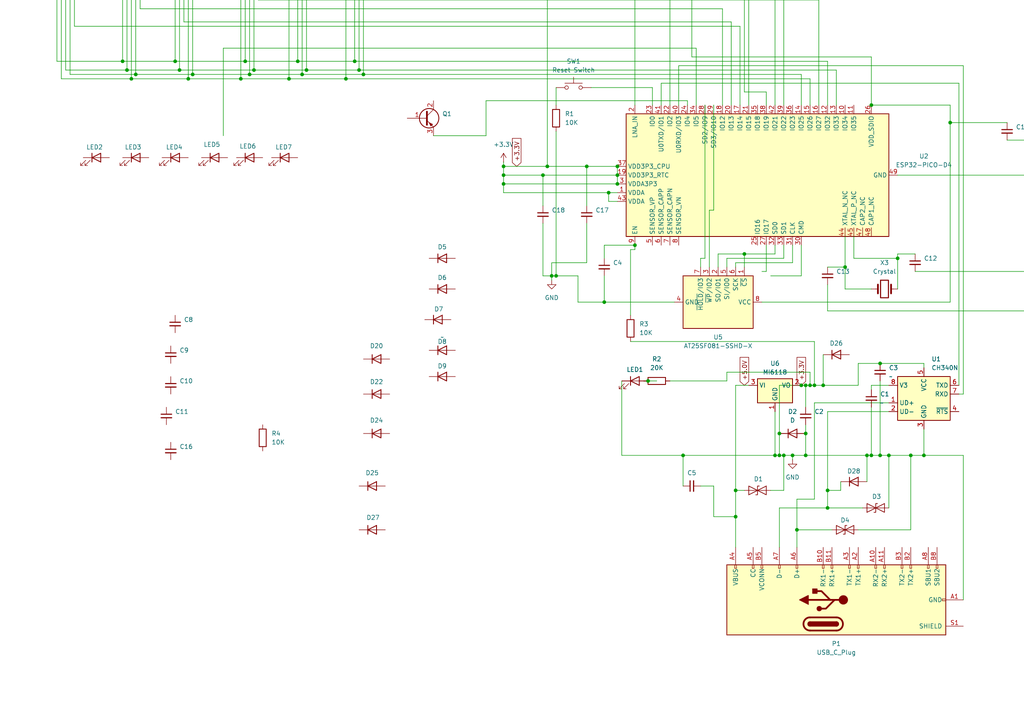
<source format=kicad_sch>
(kicad_sch (version 20231120) (generator "eeschema") (generator_version "8.0")
  (paper "A4")
  (junction (at 74.93 -20.32))
  (junction (at 300.99 -11.43))
  (junction (at 41.91 -26.67))
  (junction (at 57.15 -41.91))
  (junction (at 193.04 -41.91))
  (junction (at 231.14 153.67))
  (junction (at 88.9 20.32))
  (junction (at 74.93 -41.91))
  (junction (at 146.05 48.26))
  (junction (at 179.07 50.8))
  (junction (at 170.18 48.26))
  (junction (at 72.39 21.59))
  (junction (at 226.06 132.08))
  (junction (at 194.31 -20.32))
  (junction (at 233.68 132.08))
  (junction (at 57.15 -22.86))
  (junction (at 146.05 50.8))
  (junction (at 146.05 53.34))
  (junction (at 38.1 -62.23))
  (junction (at 69.85 22.86))
  (junction (at 100.33 22.86))
  (junction (at 275.59 35.56))
  (junction (at 224.79 132.08))
  (junction (at 90.17 -24.13))
  (junction (at 245.11 77.47))
  (junction (at 257.81 132.08))
  (junction (at 213.36 142.24))
  (junction (at 107.95 -41.91))
  (junction (at 260.35 74.93))
  (junction (at 252.73 30.48))
  (junction (at 300.99 50.8))
  (junction (at 267.97 132.08))
  (junction (at 184.15 71.12))
  (junction (at 228.6 -17.78))
  (junction (at 38.1 22.86))
  (junction (at 223.52 -20.32))
  (junction (at 87.63 21.59))
  (junction (at 36.83 20.32))
  (junction (at 41.91 -41.91))
  (junction (at 54.61 22.86))
  (junction (at 226.06 125.73))
  (junction (at 300.99 63.5))
  (junction (at 215.9 73.66))
  (junction (at 71.12 17.78))
  (junction (at 252.73 132.08))
  (junction (at 67.31 -62.23))
  (junction (at 255.27 132.08))
  (junction (at 240.03 147.32))
  (junction (at 251.46 132.08))
  (junction (at 55.88 21.59))
  (junction (at 158.75 48.26))
  (junction (at 179.07 48.26))
  (junction (at 87.63 -41.91))
  (junction (at 104.14 20.32))
  (junction (at 255.27 105.41))
  (junction (at 261.62 -40.64))
  (junction (at 227.33 132.08))
  (junction (at 50.8 17.78))
  (junction (at 241.3 -20.32))
  (junction (at 102.87 17.78))
  (junction (at 85.09 -62.23))
  (junction (at 35.56 17.78))
  (junction (at 198.12 132.08))
  (junction (at 224.79 -25.4))
  (junction (at 21.59 -21.59))
  (junction (at 179.07 53.34))
  (junction (at 232.41 111.76))
  (junction (at 83.82 22.86))
  (junction (at 234.95 111.76))
  (junction (at 157.48 50.8))
  (junction (at 233.68 111.76))
  (junction (at 39.37 21.59))
  (junction (at 105.41 21.59))
  (junction (at 213.36 149.86))
  (junction (at 251.46 -25.4))
  (junction (at 160.02 80.01))
  (junction (at 233.68 125.73))
  (junction (at 52.07 20.32))
  (junction (at 240.03 142.24))
  (junction (at 229.87 132.08))
  (junction (at 300.99 -20.32))
  (junction (at 73.66 20.32))
  (junction (at 161.29 80.01))
  (junction (at 238.76 111.76))
  (junction (at 300.99 78.74))
  (junction (at 264.16 132.08))
  (junction (at 236.22 111.76))
  (junction (at 193.04 -20.32))
  (junction (at 236.22 -17.78))
  (junction (at 68.58 -62.23))
  (junction (at 200.66 -25.4))
  (junction (at 54.61 -62.23))
  (junction (at 187.96 110.49))
  (junction (at 107.95 -27.94))
  (junction (at 300.99 40.64))
  (junction (at 175.26 87.63))
  (junction (at 86.36 17.78))
  (junction (at 176.53 55.88))
  (wire (pts (xy 245.11 68.58) (xy 245.11 77.47)))
  (wire (pts (xy 57.15 -17.78) (xy 54.61 -17.78)))
  (wire (pts (xy 279.4 173.99) (xy 279.4 132.08)))
  (wire (pts (xy 224.79 -6.35) (xy 224.79 30.48)))
  (wire (pts (xy 19.05 -8.89) (xy 19.05 20.32)))
  (wire (pts (xy 207.01 149.86) (xy 213.36 149.86)))
  (wire (pts (xy 292.1 40.64) (xy 300.99 40.64)))
  (wire (pts (xy 25.4 -6.35) (xy 25.4 -21.59)))
  (wire (pts (xy 279.4 19.05) (xy 279.4 114.3)))
  (wire (pts (xy 196.85 19.05) (xy 196.85 30.48)))
  (wire (pts (xy 261.62 -40.64) (xy 300.99 -40.64)))
  (wire (pts (xy 184.15 72.39) (xy 184.15 71.12)))
  (wire (pts (xy 265.43 78.74) (xy 300.99 78.74)))
  (wire (pts (xy 57.15 -15.24) (xy 55.88 -15.24)))
  (wire (pts (xy 214.63 7.62) (xy 21.59 7.62)))
  (wire (pts (xy 222.25 71.12) (xy 222.25 78.74)))
  (wire (pts (xy 54.61 -62.23) (xy 67.31 -62.23)))
  (wire (pts (xy 57.15 -22.86) (xy 57.15 -41.91)))
  (wire (pts (xy 243.84 139.7) (xy 243.84 142.24)))
  (wire (pts (xy 220.98 87.63) (xy 275.59 87.63)))
  (wire (pts (xy 52.07 20.32) (xy 73.66 20.32)))
  (wire (pts (xy 226.06 125.73) (xy 226.06 132.08)))
  (wire (pts (xy 224.79 -25.4) (xy 251.46 -25.4)))
  (wire (pts (xy 224.79 73.66) (xy 215.9 73.66)))
  (wire (pts (xy 167.64 87.63) (xy 167.64 80.01)))
  (wire (pts (xy 21.59 -6.35) (xy 25.4 -6.35)))
  (wire (pts (xy 68.58 -62.23) (xy 85.09 -62.23)))
  (wire (pts (xy 87.63 -24.13) (xy 90.17 -24.13)))
  (wire (pts (xy 175.26 80.01) (xy 175.26 87.63)))
  (wire (pts (xy 74.93 -5.08) (xy 78.74 -5.08)))
  (wire (pts (xy 107.95 -15.24) (xy 104.14 -15.24)))
  (wire (pts (xy 236.22 111.76) (xy 238.76 111.76)))
  (wire (pts (xy 218.44 -25.4) (xy 224.79 -25.4)))
  (wire (pts (xy 175.26 87.63) (xy 195.58 87.63)))
  (wire (pts (xy 176.53 55.88) (xy 179.07 55.88)))
  (wire (pts (xy 238.76 102.87) (xy 238.76 111.76)))
  (wire (pts (xy 36.83 20.32) (xy 52.07 20.32)))
  (wire (pts (xy 223.52 80.01) (xy 232.41 80.01)))
  (wire (pts (xy 209.55 2.54) (xy 40.64 2.54)))
  (wire (pts (xy 100.33 -22.86) (xy 100.33 22.86)))
  (wire (pts (xy 170.18 48.26) (xy 170.18 59.69)))
  (wire (pts (xy 184.15 71.12) (xy 175.26 71.12)))
  (wire (pts (xy 38.1 -62.23) (xy 54.61 -62.23)))
  (wire (pts (xy 237.49 0) (xy 74.93 0)))
  (wire (pts (xy 180.34 132.08) (xy 198.12 132.08)))
  (wire (pts (xy 255.27 110.49) (xy 255.27 132.08)))
  (wire (pts (xy 213.36 76.2) (xy 213.36 77.47)))
  (wire (pts (xy 215.9 73.66) (xy 208.28 73.66)))
  (wire (pts (xy 57.15 -10.16) (xy 52.07 -10.16)))
  (wire (pts (xy 261.62 -40.64) (xy 261.62 -33.02)))
  (wire (pts (xy 229.87 -24.13) (xy 228.6 -24.13)))
  (wire (pts (xy 300.99 40.64) (xy 300.99 50.8)))
  (wire (pts (xy 17.78 -19.05) (xy 17.78 -62.23)))
  (wire (pts (xy 90.17 -21.59) (xy 85.09 -21.59)))
  (wire (pts (xy 87.63 -41.91) (xy 87.63 -24.13)))
  (wire (pts (xy 194.31 110.49) (xy 210.82 110.49)))
  (wire (pts (xy 73.66 -7.62) (xy 73.66 20.32)))
  (wire (pts (xy 207.01 140.97) (xy 207.01 149.86)))
  (wire (pts (xy 38.1 22.86) (xy 54.61 22.86)))
  (wire (pts (xy 267.97 106.68) (xy 267.97 105.41)))
  (wire (pts (xy 232.41 -24.13) (xy 236.22 -24.13)))
  (wire (pts (xy 199.39 29.21) (xy 140.97 29.21)))
  (wire (pts (xy 180.34 110.49) (xy 180.34 132.08)))
  (wire (pts (xy 16.51 -11.43) (xy 16.51 17.78)))
  (wire (pts (xy 213.36 -41.91) (xy 213.36 -38.1)))
  (wire (pts (xy 146.05 46.99) (xy 146.05 48.26)))
  (wire (pts (xy 240.03 119.38) (xy 257.81 119.38)))
  (wire (pts (xy 275.59 35.56) (xy 292.1 35.56)))
  (wire (pts (xy 190.5 110.49) (xy 187.96 110.49)))
  (wire (pts (xy 217.17 -38.1) (xy 213.36 -38.1)))
  (wire (pts (xy 78.74 -5.08) (xy 78.74 -20.32)))
  (wire (pts (xy 67.31 -62.23) (xy 68.58 -62.23)))
  (wire (pts (xy 232.41 71.12) (xy 232.41 80.01)))
  (wire (pts (xy 182.88 91.44) (xy 182.88 72.39)))
  (wire (pts (xy 300.99 78.74) (xy 300.99 90.17)))
  (wire (pts (xy 41.91 -19.05) (xy 39.37 -19.05)))
  (wire (pts (xy 257.81 132.08) (xy 257.81 147.32)))
  (wire (pts (xy 52.07 -10.16) (xy 52.07 20.32)))
  (wire (pts (xy 226.06 132.08) (xy 227.33 132.08)))
  (wire (pts (xy 194.31 -20.32) (xy 223.52 -20.32)))
  (wire (pts (xy 55.88 -15.24) (xy 55.88 21.59)))
  (wire (pts (xy 209.55 -25.4) (xy 200.66 -25.4)))
  (wire (pts (xy 41.91 -41.91) (xy 57.15 -41.91)))
  (wire (pts (xy 240.03 77.47) (xy 245.11 77.47)))
  (wire (pts (xy 107.95 -25.4) (xy 100.33 -25.4)))
  (wire (pts (xy 71.12 -10.16) (xy 71.12 17.78)))
  (wire (pts (xy 236.22 -24.13) (xy 236.22 -17.78)))
  (wire (pts (xy 252.73 113.03) (xy 252.73 111.76)))
  (wire (pts (xy 157.48 50.8) (xy 179.07 50.8)))
  (wire (pts (xy 267.97 124.46) (xy 267.97 132.08)))
  (wire (pts (xy 213.36 142.24) (xy 215.9 142.24)))
  (wire (pts (xy 255.27 105.41) (xy 248.92 105.41)))
  (wire (pts (xy 68.58 -62.23) (xy 68.58 -60.96)))
  (wire (pts (xy 170.18 76.2) (xy 160.02 76.2)))
  (wire (pts (xy 19.05 20.32) (xy 36.83 20.32)))
  (wire (pts (xy 179.07 58.42) (xy 176.53 58.42)))
  (wire (pts (xy 215.9 26.67) (xy 222.25 26.67)))
  (wire (pts (xy 54.61 -20.32) (xy 54.61 -62.23)))
  (wire (pts (xy 203.2 74.93) (xy 203.2 77.47)))
  (wire (pts (xy 224.79 71.12) (xy 224.79 73.66)))
  (wire (pts (xy 252.73 16.51) (xy 252.73 30.48)))
  (wire (pts (xy 241.3 -20.32) (xy 241.3 -17.78)))
  (wire (pts (xy 157.48 80.01) (xy 160.02 80.01)))
  (wire (pts (xy 140.97 39.37) (xy 125.73 39.37)))
  (wire (pts (xy 93.98 -24.13) (xy 90.17 -24.13)))
  (wire (pts (xy 237.49 -40.64) (xy 261.62 -40.64)))
  (wire (pts (xy 227.33 -8.89) (xy 227.33 30.48)))
  (wire (pts (xy 252.73 132.08) (xy 255.27 132.08)))
  (wire (pts (xy 105.41 -20.32) (xy 105.41 21.59)))
  (wire (pts (xy 21.59 -41.91) (xy 41.91 -41.91)))
  (wire (pts (xy 223.52 142.24) (xy 227.33 142.24)))
  (wire (pts (xy 215.9 26.67) (xy 215.9 -53.34)))
  (wire (pts (xy 267.97 105.41) (xy 255.27 105.41)))
  (wire (pts (xy 50.8 -12.7) (xy 50.8 17.78)))
  (wire (pts (xy 260.35 73.66) (xy 260.35 74.93)))
  (wire (pts (xy 229.87 71.12) (xy 229.87 76.2)))
  (wire (pts (xy 158.75 -49.53) (xy 193.04 -49.53)))
  (wire (pts (xy 222.25 26.67) (xy 222.25 30.48)))
  (wire (pts (xy 200.66 -25.4) (xy 200.66 16.51)))
  (wire (pts (xy 232.41 111.76) (xy 233.68 111.76)))
  (wire (pts (xy 146.05 48.26) (xy 146.05 50.8)))
  (wire (pts (xy 229.87 132.08) (xy 233.68 132.08)))
  (wire (pts (xy 170.18 48.26) (xy 179.07 48.26)))
  (wire (pts (xy 238.76 111.76) (xy 248.92 111.76)))
  (wire (pts (xy 193.04 -44.45) (xy 193.04 -41.91)))
  (wire (pts (xy 240.03 147.32) (xy 240.03 142.24)))
  (wire (pts (xy 237.49 30.48) (xy 237.49 0)))
  (wire (pts (xy 232.41 -27.94) (xy 232.41 -24.13)))
  (wire (pts (xy 227.33 142.24) (xy 227.33 132.08)))
  (wire (pts (xy 215.9 -53.34) (xy 222.25 -53.34)))
  (wire (pts (xy 240.03 17.78) (xy 102.87 17.78)))
  (wire (pts (xy 231.14 153.67) (xy 241.3 153.67)))
  (wire (pts (xy 21.59 -21.59) (xy 25.4 -21.59)))
  (wire (pts (xy 189.23 -20.32) (xy 193.04 -20.32)))
  (wire (pts (xy 236.22 116.84) (xy 257.81 116.84)))
  (wire (pts (xy 86.36 17.78) (xy 102.87 17.78)))
  (wire (pts (xy 203.2 140.97) (xy 207.01 140.97)))
  (wire (pts (xy 175.26 71.12) (xy 175.26 74.93)))
  (wire (pts (xy 208.28 73.66) (xy 208.28 77.47)))
  (wire (pts (xy 57.15 -22.86) (xy 60.96 -22.86)))
  (wire (pts (xy 300.99 -40.64) (xy 300.99 -20.32)))
  (wire (pts (xy 227.33 -8.89) (xy 222.25 -8.89)))
  (wire (pts (xy 240.03 30.48) (xy 240.03 17.78)))
  (wire (pts (xy 240.03 147.32) (xy 250.19 147.32)))
  (wire (pts (xy 161.29 38.1) (xy 161.29 80.01)))
  (wire (pts (xy 233.68 125.73) (xy 233.68 132.08)))
  (wire (pts (xy 39.37 21.59) (xy 55.88 21.59)))
  (wire (pts (xy 87.63 -16.51) (xy 87.63 21.59)))
  (wire (pts (xy 86.36 -13.97) (xy 86.36 17.78)))
  (wire (pts (xy 71.12 17.78) (xy 86.36 17.78)))
  (wire (pts (xy 196.85 19.05) (xy 279.4 19.05)))
  (wire (pts (xy 224.79 -6.35) (xy 218.44 -6.35)))
  (wire (pts (xy 251.46 -25.4) (xy 261.62 -25.4)))
  (wire (pts (xy 191.77 24.13) (xy 191.77 30.48)))
  (wire (pts (xy 107.95 -10.16) (xy 107.95 -3.81)))
  (wire (pts (xy 72.39 -12.7) (xy 72.39 21.59)))
  (wire (pts (xy 243.84 142.24) (xy 240.03 142.24)))
  (wire (pts (xy 93.98 -8.89) (xy 93.98 -24.13)))
  (wire (pts (xy 74.93 -12.7) (xy 72.39 -12.7)))
  (wire (pts (xy 100.33 22.86) (xy 234.95 22.86)))
  (wire (pts (xy 17.78 -16.51) (xy 21.59 -16.51)))
  (wire (pts (xy 36.83 -13.97) (xy 36.83 20.32)))
  (wire (pts (xy 45.72 -11.43) (xy 45.72 -26.67)))
  (wire (pts (xy 90.17 -19.05) (xy 83.82 -19.05)))
  (wire (pts (xy 161.29 80.01) (xy 167.64 80.01)))
  (wire (pts (xy 248.92 105.41) (xy 248.92 111.76)))
  (wire (pts (xy 220.98 78.74) (xy 222.25 78.74)))
  (wire (pts (xy 275.59 30.48) (xy 275.59 35.56)))
  (wire (pts (xy 73.66 20.32) (xy 88.9 20.32)))
  (wire (pts (xy 146.05 53.34) (xy 179.07 53.34)))
  (wire (pts (xy 251.46 -19.05) (xy 251.46 -25.4)))
  (wire (pts (xy 207.01 60.96) (xy 207.01 30.48)))
  (wire (pts (xy 228.6 -17.78) (xy 228.6 -13.97)))
  (wire (pts (xy 74.93 -20.32) (xy 74.93 -41.91)))
  (wire (pts (xy 74.93 -17.78) (xy 67.31 -17.78)))
  (wire (pts (xy 87.63 -41.91) (xy 107.95 -41.91)))
  (wire (pts (xy 167.64 87.63) (xy 175.26 87.63)))
  (wire (pts (xy 229.87 132.08) (xy 229.87 133.35)))
  (wire (pts (xy 226.06 158.75) (xy 226.06 147.32)))
  (wire (pts (xy 69.85 22.86) (xy 69.85 -15.24)))
  (wire (pts (xy 41.91 -24.13) (xy 38.1 -24.13)))
  (wire (pts (xy 38.1 -21.59) (xy 38.1 22.86)))
  (wire (pts (xy 57.15 -7.62) (xy 60.96 -7.62)))
  (wire (pts (xy 205.74 60.96) (xy 207.01 60.96)))
  (wire (pts (xy 157.48 64.77) (xy 157.48 80.01)))
  (wire (pts (xy 146.05 50.8) (xy 157.48 50.8)))
  (wire (pts (xy 227.33 74.93) (xy 210.82 74.93)))
  (wire (pts (xy 107.95 -12.7) (xy 111.76 -12.7)))
  (wire (pts (xy 236.22 144.78) (xy 236.22 116.84)))
  (wire (pts (xy 107.95 -20.32) (xy 105.41 -20.32)))
  (wire (pts (xy 279.4 114.3) (xy 278.13 114.3)))
  (wire (pts (xy 74.93 -20.32) (xy 78.74 -20.32)))
  (wire (pts (xy 200.66 -27.94) (xy 200.66 -25.4)))
  (wire (pts (xy 41.91 -26.67) (xy 41.91 -41.91)))
  (wire (pts (xy 231.14 144.78) (xy 236.22 144.78)))
  (wire (pts (xy 41.91 -11.43) (xy 45.72 -11.43)))
  (wire (pts (xy 17.78 22.86) (xy 38.1 22.86)))
  (wire (pts (xy 232.41 30.48) (xy 232.41 21.59)))
  (wire (pts (xy 278.13 111.76) (xy 278.13 24.13)))
  (wire (pts (xy 111.76 -12.7) (xy 111.76 -27.94)))
  (wire (pts (xy 194.31 -3.81) (xy 107.95 -3.81)))
  (wire (pts (xy 212.09 30.48) (xy 212.09 6.35)))
  (wire (pts (xy 257.81 132.08) (xy 264.16 132.08)))
  (wire (pts (xy 100.33 -25.4) (xy 100.33 -62.23)))
  (wire (pts (xy 57.15 -12.7) (xy 50.8 -12.7)))
  (wire (pts (xy 60.96 -7.62) (xy 60.96 -22.86)))
  (wire (pts (xy 217.17 -5.08) (xy 217.17 30.48)))
  (wire (pts (xy 213.36 149.86) (xy 213.36 158.75)))
  (wire (pts (xy 107.95 -22.86) (xy 100.33 -22.86)))
  (wire (pts (xy 182.88 99.06) (xy 236.22 99.06)))
  (wire (pts (xy 146.05 55.88) (xy 176.53 55.88)))
  (wire (pts (xy 251.46 139.7) (xy 251.46 132.08)))
  (wire (pts (xy 264.16 132.08) (xy 267.97 132.08)))
  (wire (pts (xy 107.95 -27.94) (xy 107.95 -41.91)))
  (wire (pts (xy 231.14 153.67) (xy 231.14 144.78)))
  (wire (pts (xy 160.02 80.01) (xy 161.29 80.01)))
  (wire (pts (xy 90.17 -11.43) (xy 88.9 -11.43)))
  (wire (pts (xy 223.52 -20.32) (xy 223.52 -17.78)))
  (wire (pts (xy 74.93 -10.16) (xy 71.12 -10.16)))
  (wire (pts (xy 194.31 -33.02) (xy 194.31 -20.32)))
  (wire (pts (xy 83.82 22.86) (xy 100.33 22.86)))
  (wire (pts (xy 210.82 74.93) (xy 210.82 77.47)))
  (wire (pts (xy 264.16 153.67) (xy 264.16 132.08)))
  (wire (pts (xy 21.59 -19.05) (xy 17.78 -19.05)))
  (wire (pts (xy 233.68 111.76) (xy 234.95 111.76)))
  (wire (pts (xy 85.09 -21.59) (xy 85.09 -62.23)))
  (wire (pts (xy 74.93 -41.91) (xy 87.63 -41.91)))
  (wire (pts (xy 265.43 73.66) (xy 260.35 73.66)))
  (wire (pts (xy 224.79 119.38) (xy 224.79 132.08)))
  (wire (pts (xy 229.87 -27.94) (xy 229.87 -24.13)))
  (wire (pts (xy 105.41 21.59) (xy 232.41 21.59)))
  (wire (pts (xy 102.87 -17.78) (xy 107.95 -17.78)))
  (wire (pts (xy 240.03 90.17) (xy 300.99 90.17)))
  (wire (pts (xy 21.59 -21.59) (xy 21.59 -41.91)))
  (wire (pts (xy 20.32 21.59) (xy 39.37 21.59)))
  (wire (pts (xy 54.61 -17.78) (xy 54.61 22.86)))
  (wire (pts (xy 41.91 -16.51) (xy 35.56 -16.51)))
  (wire (pts (xy 64.77 13.97) (xy 201.93 13.97)))
  (wire (pts (xy 179.07 53.34) (xy 179.07 50.8)))
  (wire (pts (xy 88.9 20.32) (xy 104.14 20.32)))
  (wire (pts (xy 245.11 83.82) (xy 252.73 83.82)))
  (wire (pts (xy 90.17 -8.89) (xy 93.98 -8.89)))
  (wire (pts (xy 198.12 140.97) (xy 198.12 132.08)))
  (wire (pts (xy 55.88 21.59) (xy 72.39 21.59)))
  (wire (pts (xy 228.6 -24.13) (xy 228.6 -17.78)))
  (wire (pts (xy 260.35 50.8) (xy 300.99 50.8)))
  (wire (pts (xy 275.59 35.56) (xy 275.59 87.63)))
  (wire (pts (xy 104.14 20.32) (xy 242.57 20.32)))
  (wire (pts (xy 87.63 -16.51) (xy 90.17 -16.51)))
  (wire (pts (xy 233.68 132.08) (xy 251.46 132.08)))
  (wire (pts (xy 209.55 -40.64) (xy 217.17 -40.64)))
  (wire (pts (xy 199.39 30.48) (xy 199.39 29.21)))
  (wire (pts (xy 227.33 71.12) (xy 227.33 74.93)))
  (wire (pts (xy 176.53 58.42) (xy 176.53 55.88)))
  (wire (pts (xy 57.15 -41.91) (xy 74.93 -41.91)))
  (wire (pts (xy 17.78 -16.51) (xy 17.78 22.86)))
  (wire (pts (xy 41.91 -21.59) (xy 38.1 -21.59)))
  (wire (pts (xy 90.17 -5.08) (xy 217.17 -5.08)))
  (wire (pts (xy 260.35 74.93) (xy 260.35 83.82)))
  (wire (pts (xy 233.68 123.19) (xy 233.68 125.73)))
  (wire (pts (xy 170.18 64.77) (xy 170.18 76.2)))
  (wire (pts (xy 90.17 -6.35) (xy 90.17 -5.08)))
  (wire (pts (xy 17.78 -62.23) (xy 38.1 -62.23)))
  (wire (pts (xy 160.02 80.01) (xy 160.02 81.28)))
  (wire (pts (xy 72.39 21.59) (xy 87.63 21.59)))
  (wire (pts (xy 255.27 132.08) (xy 257.81 132.08)))
  (wire (pts (xy 242.57 30.48) (xy 242.57 20.32)))
  (wire (pts (xy 74.93 -7.62) (xy 73.66 -7.62)))
  (wire (pts (xy 161.29 25.4) (xy 161.29 30.48)))
  (wire (pts (xy 104.14 -15.24) (xy 104.14 20.32)))
  (wire (pts (xy 300.99 63.5) (xy 300.99 78.74)))
  (wire (pts (xy 41.91 -13.97) (xy 36.83 -13.97)))
  (wire (pts (xy 193.04 -41.91) (xy 193.04 -20.32)))
  (wire (pts (xy 218.44 -6.35) (xy 218.44 -25.4)))
  (wire (pts (xy 209.55 30.48) (xy 209.55 2.54)))
  (wire (pts (xy 252.73 30.48) (xy 275.59 30.48)))
  (wire (pts (xy 39.37 -19.05) (xy 39.37 21.59)))
  (wire (pts (xy 111.76 -27.94) (xy 107.95 -27.94)))
  (wire (pts (xy 234.95 111.76) (xy 236.22 111.76)))
  (wire (pts (xy 227.33 132.08) (xy 229.87 132.08)))
  (wire (pts (xy 204.47 30.48) (xy 204.47 74.93)))
  (wire (pts (xy 217.17 111.76) (xy 213.36 111.76)))
  (wire (pts (xy 158.75 48.26) (xy 170.18 48.26)))
  (wire (pts (xy 182.88 72.39) (xy 184.15 72.39)))
  (wire (pts (xy 160.02 76.2) (xy 160.02 80.01)))
  (wire (pts (xy 229.87 76.2) (xy 213.36 76.2)))
  (wire (pts (xy 213.36 -41.91) (xy 193.04 -41.91)))
  (wire (pts (xy 157.48 59.69) (xy 157.48 50.8)))
  (wire (pts (xy 226.06 147.32) (xy 240.03 147.32)))
  (wire (pts (xy 191.77 24.13) (xy 278.13 24.13)))
  (wire (pts (xy 74.93 -2.54) (xy 74.93 0)))
  (wire (pts (xy 54.61 22.86) (xy 69.85 22.86)))
  (wire (pts (xy 69.85 22.86) (xy 83.82 22.86)))
  (wire (pts (xy 251.46 132.08) (xy 252.73 132.08)))
  (wire (pts (xy 140.97 29.21) (xy 140.97 39.37)))
  (wire (pts (xy 224.79 132.08) (xy 226.06 132.08)))
  (wire (pts (xy 198.12 132.08) (xy 224.79 132.08)))
  (wire (pts (xy 215.9 73.66) (xy 215.9 77.47)))
  (wire (pts (xy 50.8 17.78) (xy 71.12 17.78)))
  (wire (pts (xy 209.55 -25.4) (xy 209.55 -40.64)))
  (wire (pts (xy 83.82 -19.05) (xy 83.82 22.86)))
  (wire (pts (xy 300.99 -11.43) (xy 300.99 40.64)))
  (wire (pts (xy 87.63 21.59) (xy 105.41 21.59)))
  (wire (pts (xy 205.74 77.47) (xy 205.74 60.96)))
  (wire (pts (xy 251.46 -11.43) (xy 300.99 -11.43)))
  (wire (pts (xy 41.91 -26.67) (xy 45.72 -26.67)))
  (wire (pts (xy 226.06 125.73) (xy 226.06 111.76)))
  (wire (pts (xy 231.14 158.75) (xy 231.14 153.67)))
  (wire (pts (xy 53.34 6.35) (xy 53.34 -5.08)))
  (wire (pts (xy 233.68 118.11) (xy 233.68 111.76)))
  (wire (pts (xy 247.65 74.93) (xy 260.35 74.93)))
  (wire (pts (xy 64.77 13.97) (xy 64.77 39.37)))
  (wire (pts (xy 234.95 30.48) (xy 234.95 22.86)))
  (wire (pts (xy 236.22 -17.78) (xy 236.22 -13.97)))
  (wire (pts (xy 146.05 53.34) (xy 146.05 55.88)))
  (wire (pts (xy 85.09 -62.23) (xy 100.33 -62.23)))
  (wire (pts (xy 224.79 -27.94) (xy 224.79 -25.4)))
  (wire (pts (xy 189.23 30.48) (xy 189.23 25.4)))
  (wire (pts (xy 234.95 107.95) (xy 234.95 111.76)))
  (wire (pts (xy 184.15 -20.32) (xy 184.15 30.48)))
  (wire (pts (xy 223.52 -20.32) (xy 241.3 -20.32)))
  (wire (pts (xy 247.65 68.58) (xy 247.65 74.93)))
  (wire (pts (xy 146.05 48.26) (xy 158.75 48.26)))
  (wire (pts (xy 214.63 30.48) (xy 214.63 7.62)))
  (wire (pts (xy 213.36 142.24) (xy 213.36 149.86)))
  (wire (pts (xy 35.56 17.78) (xy 50.8 17.78)))
  (wire (pts (xy 102.87 17.78) (xy 102.87 -17.78)))
  (wire (pts (xy 245.11 77.47) (xy 245.11 83.82)))
  (wire (pts (xy 90.17 -13.97) (xy 86.36 -13.97)))
  (wire (pts (xy 240.03 142.24) (xy 240.03 119.38)))
  (wire (pts (xy 158.75 -49.53) (xy 158.75 48.26)))
  (wire (pts (xy 107.95 -41.91) (xy 115.57 -41.91)))
  (wire (pts (xy 21.59 -11.43) (xy 16.51 -11.43)))
  (wire (pts (xy 171.45 25.4) (xy 189.23 25.4)))
  (wire (pts (xy 40.64 -8.89) (xy 41.91 -8.89)))
  (wire (pts (xy 300.99 -20.32) (xy 300.99 -11.43)))
  (wire (pts (xy 200.66 -33.02) (xy 194.31 -33.02)))
  (wire (pts (xy 53.34 -5.08) (xy 57.15 -5.08)))
  (wire (pts (xy 38.1 -24.13) (xy 38.1 -62.23)))
  (wire (pts (xy 210.82 110.49) (xy 210.82 107.95)))
  (wire (pts (xy 21.59 -13.97) (xy 20.32 -13.97)))
  (wire (pts (xy 210.82 107.95) (xy 234.95 107.95)))
  (wire (pts (xy 67.31 -62.23) (xy 67.31 -17.78)))
  (wire (pts (xy 201.93 30.48) (xy 201.93 13.97)))
  (wire (pts (xy 40.64 2.54) (xy 40.64 -8.89)))
  (wire (pts (xy 193.04 -20.32) (xy 194.31 -20.32)))
  (wire (pts (xy 236.22 99.06) (xy 236.22 111.76)))
  (wire (pts (xy 21.59 -3.81) (xy 21.59 7.62)))
  (wire (pts (xy 248.92 153.67) (xy 264.16 153.67)))
  (wire (pts (xy 252.73 118.11) (xy 252.73 132.08)))
  (wire (pts (xy 267.97 132.08) (xy 279.4 132.08)))
  (wire (pts (xy 16.51 17.78) (xy 35.56 17.78)))
  (wire (pts (xy 194.31 30.48) (xy 194.31 -3.81)))
  (wire (pts (xy 212.09 6.35) (xy 53.34 6.35)))
  (wire (pts (xy 241.3 -20.32) (xy 300.99 -20.32)))
  (wire (pts (xy 146.05 50.8) (xy 146.05 53.34)))
  (wire (pts (xy 204.47 74.93) (xy 203.2 74.93)))
  (wire (pts (xy 21.59 -8.89) (xy 19.05 -8.89)))
  (wire (pts (xy 88.9 -11.43) (xy 88.9 20.32)))
  (wire (pts (xy 252.73 111.76) (xy 257.81 111.76)))
  (wire (pts (xy 213.36 111.76) (xy 213.36 142.24)))
  (wire (pts (xy 179.07 48.26) (xy 179.07 50.8)))
  (wire (pts (xy 222.25 -8.89) (xy 222.25 -27.94)))
  (wire (pts (xy 35.56 -16.51) (xy 35.56 17.78)))
  (wire (pts (xy 300.99 63.5) (xy 300.99 50.8)))
  (wire (pts (xy 57.15 -20.32) (xy 54.61 -20.32)))
  (wire (pts (xy 69.85 -15.24) (xy 74.93 -15.24)))
  (wire (pts (xy 240.03 82.55) (xy 240.03 90.17)))
  (wire (pts (xy 200.66 16.51) (xy 252.73 16.51)))
  (wire (pts (xy 226.06 111.76) (xy 232.41 111.76)))
  (wire (pts (xy 20.32 -13.97) (xy 20.32 21.59)))
  (wire (pts (xy 186.69 110.49) (xy 187.96 110.49)))
  (global_label "+3.3V" (shape input) (at 149.86 48.26 90) (property "Intersheetrefs" "${INTERSHEET_REFS}" (effects (hide yes))))
  (global_label "+5.0V" (shape input) (at 215.9 111.76 90) (property "Intersheetrefs" "${INTERSHEET_REFS}" (effects (hide yes))))
  (global_label "+3.3V" (shape input) (at 232.41 111.76 90) (property "Intersheetrefs" "${INTERSHEET_REFS}" (effects (hide yes))))
  (symbol (lib_id "Device:C_Small") (at 170.18 62.23 0) (unit 1)
    (property "Reference" "C17" (at 172.72 60.9662 0) (effects (justify left)))
    (property "Value" "C_Small" (effects (hide yes)))
    (property "Description" "Unpolarized capacitor, small symbol" (effects (hide yes)))
  )
  (symbol (lib_id "Diode:SD05_SOD323") (at 219.71 142.24 0) (unit 1)
    (property "Reference" "D1" (at 219.964 138.938 0))
    (property "Value" "SD05_SOD323" (effects (hide yes)))
    (property "Footprint" "Diode_SMD:D_0201_0603Metric" (effects (hide yes)))
    (property "Datasheet" "https://www.littelfuse.com/~/media/electronics/datasheets/tvs_diode_arrays/littelfuse_tvs_diode_array_sd_c_datasheet.pdf.pdf" (effects (hide yes)))
    (property "Description" "5V, 450W Discrete Bidirectional TVS Diode, SOD-323" (effects (hide yes)))
  )
  (symbol (lib_id "Device:C_Small") (at 252.73 115.57 0) (unit 1)
    (property "Reference" "C1" (at 255.27 114.3062 0) (effects (justify left)))
    (property "Value" "~" (at 255.27 116.8462 0) (effects (justify left)))
    (property "Description" "Unpolarized capacitor, small symbol" (effects (hide yes)))
  )
  (symbol (lib_id "Device:C_Small") (at 50.8 93.98 0) (unit 1)
    (property "Reference" "C8" (at 53.34 92.7162 0) (effects (justify left)))
    (property "Value" "C_Small" (effects (hide yes)))
    (property "Description" "Unpolarized capacitor, small symbol" (effects (hide yes)))
  )
  (symbol (lib_id "Device:LED") (at 27.94 45.72 0) (unit 1)
    (property "Reference" "LED2" (at 27.432 42.672 0))
    (property "Value" "LED" (effects (hide yes)))
    (property "Description" "Light emitting diode" (effects (hide yes)))
  )
  (symbol (lib_id "Device:D") (at 229.87 125.73 0) (unit 1)
    (property "Reference" "D2" (at 229.87 119.38 0))
    (property "Value" "D" (at 229.87 121.92 0))
    (property "Description" "Diode" (effects (hide yes)))
    (property "Sim.Device" "D" (effects (hide yes)))
    (property "Sim.Pins" "1=K 2=A" (effects (hide yes)))
  )
  (symbol (lib_id "Device:Battery_Cell") (at 261.62 -30.48 180) (unit 1)
    (property "Reference" "BT1" (at 265.43 -29.9086 0) (effects (justify right)))
    (property "Value" "Battery_Cell" (at 265.43 -27.3686 0) (effects (justify right)))
    (property "Description" "Single-cell battery" (effects (hide yes)))
  )
  (symbol (lib_id "Device:C_Small") (at 49.53 102.87 0) (unit 1)
    (property "Reference" "C9" (at 52.07 101.6062 0) (effects (justify left)))
    (property "Value" "C_Small" (effects (hide yes)))
    (property "Description" "Unpolarized capacitor, small symbol" (effects (hide yes)))
  )
  (symbol (lib_id "Device:D") (at 128.27 74.93 0) (unit 1)
    (property "Reference" "D5" (at 128.27 71.628 0))
    (property "Value" "D" (effects (hide yes)))
    (property "Description" "Diode" (effects (hide yes)))
    (property "Sim.Device" "D" (effects (hide yes)))
    (property "Sim.Pins" "1=K 2=A" (effects (hide yes)))
  )
  (symbol (lib_id "Device:C_Small") (at 49.53 130.81 0) (unit 1)
    (property "Reference" "C16" (at 52.07 129.5462 0) (effects (justify left)))
    (property "Value" "C_Small" (effects (hide yes)))
    (property "Description" "Unpolarized capacitor, small symbol" (effects (hide yes)))
  )
  (symbol (lib_id "power:GND") (at 229.87 133.35 0) (unit 1)
    (property "Reference" "#PWR01" (effects (hide yes)))
    (property "Value" "GND" (at 229.87 138.43 0))
    (property "Description" "Power symbol creates a global label with name \"GND\" , ground" (effects (hide yes)))
  )
  (symbol (lib_id "Connector:USB_C_Plug") (at 238.76 173.99 90) (unit 1)
    (property "Reference" "P1" (at 242.57 186.69 90))
    (property "Value" "USB_C_Plug" (at 242.57 189.23 90))
    (property "Footprint" "Connector_USB:USB_C_Receptacle_GCT_USB4105-xx-A_16P_TopMnt_Horizontal" (effects (hide yes)))
    (property "Datasheet" "https://www.usb.org/sites/default/files/documents/usb_type-c.zip" (effects (hide yes)))
    (property "Description" "USB Type-C Plug connector" (effects (hide yes)))
  )
  (symbol (lib_id "Device:D") (at 109.22 104.14 0) (unit 1)
    (property "Reference" "D20" (at 109.22 100.33 0))
    (property "Value" "D" (effects (hide yes)))
    (property "Description" "Diode" (effects (hide yes)))
    (property "Sim.Device" "D" (effects (hide yes)))
    (property "Sim.Pins" "1=K 2=A" (effects (hide yes)))
  )
  (symbol (lib_id "Device:R") (at 76.2 127 0) (unit 1)
    (property "Reference" "R4" (at 78.74 125.7299 0) (effects (justify left)))
    (property "Value" "10K" (at 78.74 128.2699 0) (effects (justify left)))
    (property "Description" "Resistor" (effects (hide yes)))
  )
  (symbol (lib_id "Device:R") (at 182.88 95.25 0) (unit 1)
    (property "Reference" "R3" (at 185.42 93.9799 0) (effects (justify left)))
    (property "Value" "10K" (at 185.42 96.5199 0) (effects (justify left)))
    (property "Description" "Resistor" (effects (hide yes)))
  )
  (symbol (lib_id "Device:LED") (at 184.15 110.49 0) (unit 1)
    (property "Reference" "LED1" (at 184.15 107.188 0))
    (property "Value" "LED" (effects (hide yes)))
    (property "Description" "Light emitting diode" (effects (hide yes)))
  )
  (symbol (lib_id "Device:LED") (at 39.37 45.72 0) (unit 1)
    (property "Reference" "LED3" (at 38.608 42.672 0))
    (property "Value" "LED" (effects (hide yes)))
    (property "Description" "Light emitting diode" (effects (hide yes)))
  )
  (symbol (lib_id "Device:C_Small") (at 233.68 120.65 0) (unit 1)
    (property "Reference" "C2" (at 236.22 119.3862 0) (effects (justify left)))
    (property "Value" "C_Small" (effects (hide yes)))
    (property "Description" "Unpolarized capacitor, small symbol" (effects (hide yes)))
  )
  (symbol (lib_id "Device:C_Small") (at 265.43 76.2 0) (unit 1)
    (property "Reference" "C12" (at 267.97 74.9362 0) (effects (justify left)))
    (property "Value" "C_Small" (effects (hide yes)))
    (property "Description" "Unpolarized capacitor, small symbol" (effects (hide yes)))
  )
  (symbol (lib_id "Device:LED") (at 50.8 45.72 0) (unit 1)
    (property "Reference" "LED4" (at 50.546 42.672 0))
    (property "Value" "LED" (effects (hide yes)))
    (property "Description" "Light emitting diode" (effects (hide yes)))
  )
  (symbol (lib_id "power:+3.3V") (at 115.57 -41.91 0) (unit 1)
    (property "Reference" "#PWR06" (effects (hide yes)))
    (property "Value" "+3.3V" (at 115.57 -45.72 0))
    (property "Description" "Power symbol creates a global label with name \"+3.3V\"" (effects (hide yes)))
  )
  (symbol (lib_id "Regulator_Linear:AP1117-33") (at 224.79 111.76 0) (unit 1)
    (property "Reference" "U6" (at 224.79 105.41 0))
    (property "Value" "MI6118" (at 224.79 107.95 0))
    (property "Footprint" "Package_TO_SOT_SMD:SOT-223-3_TabPin2" (effects (hide yes)))
    (property "Datasheet" "http://www.diodes.com/datasheets/AP1117.pdf" (effects (hide yes)))
    (property "Description" "1A Low Dropout regulator, positive, 3.3V fixed output, SOT-223" (effects (hide yes)))
  )
  (symbol (lib_id "Device:LED") (at 62.23 45.72 0) (unit 1)
    (property "Reference" "LED5" (at 61.468 41.91 0))
    (property "Value" "LED" (effects (hide yes)))
    (property "Description" "Light emitting diode" (effects (hide yes)))
  )
  (symbol (lib_id "Device:D") (at 107.95 140.97 0) (unit 1)
    (property "Reference" "D25" (at 107.95 137.16 0))
    (property "Value" "D" (effects (hide yes)))
    (property "Description" "Diode" (effects (hide yes)))
    (property "Sim.Device" "D" (effects (hide yes)))
    (property "Sim.Pins" "1=K 2=A" (effects (hide yes)))
  )
  (symbol (lib_id "Device:D") (at 128.27 83.82 0) (unit 1)
    (property "Reference" "D6" (at 128.27 80.518 0))
    (property "Value" "D" (effects (hide yes)))
    (property "Description" "Diode" (effects (hide yes)))
    (property "Sim.Device" "D" (effects (hide yes)))
    (property "Sim.Pins" "1=K 2=A" (effects (hide yes)))
  )
  (symbol (lib_id "Device:R") (at 190.5 110.49 90) (unit 1)
    (property "Reference" "R2" (at 190.5 104.14 90))
    (property "Value" "20K" (at 190.5 106.68 90))
    (property "Description" "Resistor" (effects (hide yes)))
  )
  (symbol (lib_id "Device:C_Small") (at 175.26 77.47 0) (unit 1)
    (property "Reference" "C4" (at 177.8 76.2062 0) (effects (justify left)))
    (property "Value" "C_Small" (effects (hide yes)))
    (property "Description" "Unpolarized capacitor, small symbol" (effects (hide yes)))
  )
  (symbol (lib_id "Device:Crystal") (at 232.41 -13.97 0) (unit 1)
    (property "Reference" "X1" (at 232.41 -21.59 0))
    (property "Value" "Crystal" (at 232.41 -19.05 0))
    (property "Description" "Two pin crystal" (effects (hide yes)))
  )
  (symbol (lib_id "Connector:Conn_Coaxial_Small") (at 186.69 -20.32 0) (unit 1)
    (property "Reference" "J1" (at 186.1704 -26.67 0))
    (property "Value" "Conn_Coaxial_Small" (at 186.1704 -24.13 0))
    (property "Datasheet" " ~" (effects (hide yes)))
    (property "Description" "small coaxial connector (BNC, SMA, SMB, SMC, Cinch/RCA, LEMO, ...)" (effects (hide yes)))
  )
  (symbol (lib_id "Connector:Conn_01x08_Socket") (at 113.03 -20.32 0) (unit 1)
    (property "Reference" "FPC5" (at 114.3 -20.3201 0) (effects (justify left)))
    (property "Value" "Conn_01x08_Socket" (effects (hide yes)))
    (property "Description" "Generic connector, single row, 01x08, script generated" (effects (hide yes)))
  )
  (symbol (lib_id "Device:C_Small") (at 157.48 62.23 0) (unit 1)
    (property "Reference" "C18" (at 160.02 60.9662 0) (effects (justify left)))
    (property "Value" "C_Small" (effects (hide yes)))
    (property "Description" "Unpolarized capacitor, small symbol" (effects (hide yes)))
  )
  (symbol (lib_id "Device:D") (at 247.65 139.7 0) (unit 1)
    (property "Reference" "D28" (at 247.65 136.652 0))
    (property "Value" "D" (effects (hide yes)))
    (property "Description" "Diode" (effects (hide yes)))
    (property "Sim.Device" "D" (effects (hide yes)))
    (property "Sim.Pins" "1=K 2=A" (effects (hide yes)))
  )
  (symbol (lib_id "Device:LED") (at 82.55 45.72 0) (unit 1)
    (property "Reference" "LED7" (at 82.296 42.672 0))
    (property "Value" "LED" (effects (hide yes)))
    (property "Description" "Light emitting diode" (effects (hide yes)))
  )
  (symbol (lib_id "Device:D") (at 109.22 125.73 0) (unit 1)
    (property "Reference" "D24" (at 109.22 121.92 0))
    (property "Value" "D" (effects (hide yes)))
    (property "Description" "Diode" (effects (hide yes)))
    (property "Sim.Device" "D" (effects (hide yes)))
    (property "Sim.Pins" "1=K 2=A" (effects (hide yes)))
  )
  (symbol (lib_id "Diode:SD05_SOD323") (at 254 147.32 0) (unit 1)
    (property "Reference" "D3" (at 254.254 144.018 0))
    (property "Value" "SD05_SOD323" (effects (hide yes)))
    (property "Footprint" "Diode_SMD:D_0201_0603Metric" (effects (hide yes)))
    (property "Datasheet" "https://www.littelfuse.com/~/media/electronics/datasheets/tvs_diode_arrays/littelfuse_tvs_diode_array_sd_c_datasheet.pdf.pdf" (effects (hide yes)))
    (property "Description" "5V, 450W Discrete Bidirectional TVS Diode, SOD-323" (effects (hide yes)))
  )
  (symbol (lib_id "power:GND") (at 300.99 63.5 0) (unit 1)
    (property "Reference" "#PWR02" (effects (hide yes)))
    (property "Value" "GND" (at 300.99 68.58 0))
    (property "Description" "Power symbol creates a global label with name \"GND\" , ground" (effects (hide yes)))
  )
  (symbol (lib_id "Device:Q_PNP_BCE") (at 123.19 34.29 0) (unit 1)
    (property "Reference" "Q1" (at 128.27 33.0199 0) (effects (justify left)))
    (property "Value" "Q_PNP_BCE" (effects (hide yes)))
    (property "Description" "PNP transistor, base/collector/emitter" (effects (hide yes)))
  )
  (symbol (lib_id "Device:LED") (at 72.39 45.72 0) (unit 1)
    (property "Reference" "LED6" (at 71.882 42.418 0))
    (property "Value" "LED" (effects (hide yes)))
    (property "Description" "Light emitting diode" (effects (hide yes)))
  )
  (symbol (lib_id "Device:C_Small") (at 292.1 38.1 0) (unit 1)
    (property "Reference" "C15" (at 294.64 36.8362 0) (effects (justify left)))
    (property "Value" "C_Small" (effects (hide yes)))
    (property "Description" "Unpolarized capacitor, small symbol" (effects (hide yes)))
  )
  (symbol (lib_id "Device:C_Small") (at 255.27 107.95 0) (unit 1)
    (property "Reference" "C3" (at 257.81 106.6862 0) (effects (justify left)))
    (property "Value" "~" (at 257.81 109.2262 0) (effects (justify left)))
    (property "Description" "Unpolarized capacitor, small symbol" (effects (hide yes)))
  )
  (symbol (lib_id "Device:C_Small") (at 193.04 -46.99 0) (unit 1)
    (property "Reference" "C19" (at 195.58 -48.2538 0) (effects (justify left)))
    (property "Value" "C_Small" (effects (hide yes)))
    (property "Description" "Unpolarized capacitor, small symbol" (effects (hide yes)))
  )
  (symbol (lib_id "Device:C_Small") (at 240.03 80.01 0) (unit 1)
    (property "Reference" "C13" (at 242.57 78.7462 0) (effects (justify left)))
    (property "Value" "C_Small" (effects (hide yes)))
    (property "Description" "Unpolarized capacitor, small symbol" (effects (hide yes)))
  )
  (symbol (lib_id "Device:D") (at 242.57 102.87 0) (unit 1)
    (property "Reference" "D26" (at 242.57 99.568 0))
    (property "Value" "D" (effects (hide yes)))
    (property "Description" "Diode" (effects (hide yes)))
    (property "Sim.Device" "D" (effects (hide yes)))
    (property "Sim.Pins" "1=K 2=A" (effects (hide yes)))
  )
  (symbol (lib_id "Device:C_Small") (at 226.06 -17.78 90) (unit 1)
    (property "Reference" "C7" (at 226.0663 -21.59 90))
    (property "Value" "~" (at 226.0663 -20.32 90))
    (property "Description" "Unpolarized capacitor, small symbol" (effects (hide yes)))
  )
  (symbol (lib_id "MCU_Espressif:ESP32-PICO-D4") (at 219.71 50.8 90) (unit 1)
    (property "Reference" "U2" (at 267.97 45.3038 90))
    (property "Value" "ESP32-PICO-D4" (at 267.97 47.8438 90))
    (property "Footprint" "Package_DFN_QFN:QFN-48-1EP_7x7mm_P0.5mm_EP5.3x5.3mm" (effects (hide yes)))
    (property "Datasheet" "https://www.espressif.com/sites/default/files/documentation/esp32-pico-d4_datasheet_en.pdf" (effects (hide yes)))
    (property "Description" "RF Module, ESP32 SoC, Wi-Fi 802.11b/g/n, Bluetooth, BLE, 32-bit, 2.7-3.6V, external antenna, QFN-48" (effects (hide yes)))
  )
  (symbol (lib_id "Connector:Conn_01x08_Socket") (at 62.23 -15.24 0) (unit 1)
    (property "Reference" "FPC1" (at 63.5 -15.2401 0) (effects (justify left)))
    (property "Value" "Conn_01x08_Socket" (effects (hide yes)))
    (property "Description" "Generic connector, single row, 01x08, script generated" (effects (hide yes)))
  )
  (symbol (lib_id "Device:D") (at 109.22 114.3 0) (unit 1)
    (property "Reference" "D22" (at 109.22 110.744 0))
    (property "Value" "D" (effects (hide yes)))
    (property "Description" "Diode" (effects (hide yes)))
    (property "Sim.Device" "D" (effects (hide yes)))
    (property "Sim.Pins" "1=K 2=A" (effects (hide yes)))
  )
  (symbol (lib_id "Device:C_Small") (at 238.76 -17.78 90) (unit 1)
    (property "Reference" "C6" (at 238.7663 -22.86 90))
    (property "Value" "~" (at 238.7663 -20.32 90))
    (property "Description" "Unpolarized capacitor, small symbol" (effects (hide yes)))
  )
  (symbol (lib_id "Connector:Conn_01x08_Socket") (at 95.25 -16.51 0) (unit 1)
    (property "Reference" "FPC6" (at 96.52 -16.5101 0) (effects (justify left)))
    (property "Value" "Conn_01x08_Socket" (effects (hide yes)))
    (property "Description" "Generic connector, single row, 01x08, script generated" (effects (hide yes)))
  )
  (symbol (lib_id "Device:C_Small") (at 49.53 111.76 0) (unit 1)
    (property "Reference" "C10" (at 52.07 110.4962 0) (effects (justify left)))
    (property "Value" "C_Small" (effects (hide yes)))
    (property "Description" "Unpolarized capacitor, small symbol" (effects (hide yes)))
  )
  (symbol (lib_id "Device:C_Small") (at 200.66 -30.48 0) (unit 1)
    (property "Reference" "C14" (at 203.2 -31.7438 0) (effects (justify left)))
    (property "Value" "C_Small" (effects (hide yes)))
    (property "Description" "Unpolarized capacitor, small symbol" (effects (hide yes)))
  )
  (symbol (lib_id "power:+3.3V") (at 146.05 46.99 0) (unit 1)
    (property "Reference" "#PWR03" (effects (hide yes)))
    (property "Value" "+3.3V" (at 146.05 41.91 0))
    (property "Description" "Power symbol creates a global label with name \"+3.3V\"" (effects (hide yes)))
  )
  (symbol (lib_id "Interface_USB:CH340N") (at 267.97 114.3 0) (unit 1)
    (property "Reference" "U1" (at 270.1641 104.14 0) (effects (justify left)))
    (property "Value" "CH340N" (at 270.1641 106.68 0) (effects (justify left)))
    (property "Footprint" "Package_SO:SOP-8_3.9x4.9mm_P1.27mm" (effects (hide yes)))
    (property "Datasheet" "https://aitendo3.sakura.ne.jp/aitendo_data/product_img/ic/inteface/CH340N/ch340n.pdf" (effects (hide yes)))
    (property "Description" "USB serial converter, 2Mbps, UART, SOP-8" (effects (hide yes)))
  )
  (symbol (lib_id "Device:D") (at 128.27 109.22 0) (unit 1)
    (property "Reference" "D9" (at 128.27 106.172 0))
    (property "Value" "D" (effects (hide yes)))
    (property "Description" "Diode" (effects (hide yes)))
    (property "Sim.Device" "D" (effects (hide yes)))
    (property "Sim.Pins" "1=K 2=A" (effects (hide yes)))
  )
  (symbol (lib_id "Device:D") (at 127 92.71 0) (unit 1)
    (property "Reference" "D7" (at 127.254 89.662 0))
    (property "Value" "D" (effects (hide yes)))
    (property "Description" "Diode" (effects (hide yes)))
    (property "Sim.Device" "D" (effects (hide yes)))
    (property "Sim.Pins" "1=K 2=A" (effects (hide yes)))
  )
  (symbol (lib_id "Device:D") (at 107.95 153.67 0) (unit 1)
    (property "Reference" "D27" (at 108.204 150.114 0))
    (property "Value" "D" (effects (hide yes)))
    (property "Description" "Diode" (effects (hide yes)))
    (property "Sim.Device" "D" (effects (hide yes)))
    (property "Sim.Pins" "1=K 2=A" (effects (hide yes)))
  )
  (symbol (lib_id "Device:D") (at 251.46 -15.24 270) (unit 1)
    (property "Reference" "D19" (at 255.016 -15.24 0))
    (property "Value" "D" (effects (hide yes)))
    (property "Description" "Diode" (effects (hide yes)))
    (property "Sim.Device" "D" (effects (hide yes)))
    (property "Sim.Pins" "1=K 2=A" (effects (hide yes)))
  )
  (symbol (lib_id "Connector:Conn_01x08_Socket") (at 80.01 -12.7 0) (unit 1)
    (property "Reference" "FPC4" (at 81.28 -12.7001 0) (effects (justify left)))
    (property "Value" "Conn_01x08_Socket" (effects (hide yes)))
    (property "Description" "Generic connector, single row, 01x08, script generated" (effects (hide yes)))
  )
  (symbol (lib_id "Timer_RTC:DS1302Z+") (at 227.33 -40.64 90) (unit 1)
    (property "Reference" "U4" (at 241.3 -46.1362 90))
    (property "Value" "DS1302Z+" (at 241.3 -43.5962 90))
    (property "Footprint" "Package_SO:SOIC-8_3.9x4.9mm_P1.27mm" (effects (hide yes)))
    (property "Datasheet" "https://datasheets.maximintegrated.com/en/ds/DS1302.pdf" (effects (hide yes)))
    (property "Description" "Trickle-Charge Timekeeping Chip, 2.0V to 5.5V VCC, 0°C to +70°C, SOIC-8" (effects (hide yes)))
  )
  (symbol (lib_id "power:GND") (at 68.58 -60.96 0) (unit 1)
    (property "Reference" "#PWR05" (effects (hide yes)))
    (property "Value" "GND" (at 68.58 -54.61 0))
    (property "Description" "Power symbol creates a global label with name \"GND\" , ground" (effects (hide yes)))
  )
  (symbol (lib_id "power:GND") (at 160.02 81.28 0) (unit 1)
    (property "Reference" "#PWR04" (effects (hide yes)))
    (property "Value" "GND" (at 160.02 86.36 0))
    (property "Description" "Power symbol creates a global label with name \"GND\" , ground" (effects (hide yes)))
  )
  (symbol (lib_id "Device:C_Small") (at 48.26 120.65 0) (unit 1)
    (property "Reference" "C11" (at 50.8 119.3862 0) (effects (justify left)))
    (property "Value" "C_Small" (effects (hide yes)))
    (property "Description" "Unpolarized capacitor, small symbol" (effects (hide yes)))
  )
  (symbol (lib_id "Switch:SW_Push") (at 166.37 25.4 0) (unit 1)
    (property "Reference" "SW1" (at 166.37 17.78 0))
    (property "Value" "Reset Switch" (at 166.37 20.32 0))
    (property "Description" "Push button switch, generic, two pins" (effects (hide yes)))
  )
  (symbol (lib_id "Connector:Conn_01x08_Socket") (at 26.67 -13.97 0) (unit 1)
    (property "Reference" "FPC3" (at 27.94 -13.9701 0) (effects (justify left)))
    (property "Value" "Conn_01x08_Socket" (effects (hide yes)))
    (property "Description" "Generic connector, single row, 01x08, script generated" (effects (hide yes)))
  )
  (symbol (lib_id "Device:R") (at 161.29 34.29 180) (unit 1)
    (property "Reference" "R1" (at 163.83 33.0199 0) (effects (justify right)))
    (property "Value" "10K" (at 163.83 35.5599 0) (effects (justify right)))
    (property "Description" "Resistor" (effects (hide yes)))
  )
  (symbol (lib_id "Memory_Flash:AT25SF081-SSHD-X") (at 208.28 87.63 270) (unit 1)
    (property "Reference" "U5" (at 208.28 97.79 90))
    (property "Value" "AT25SF081-SSHD-X" (at 208.28 100.33 90))
    (property "Footprint" "Package_SO:SOIC-8_3.9x4.9mm_P1.27mm" (effects (hide yes)))
    (property "Datasheet" "https://www.adestotech.com/wp-content/uploads/DS-AT25SF081_045.pdf" (effects (hide yes)))
    (property "Description" "8-Mbit, 2.5V Minimum SPI Serial Flash Memory with Dual-I/O and Quad-I/O Support, SOIC-8" (effects (hide yes)))
  )
  (symbol (lib_id "Diode:SD05_SOD323") (at 245.11 153.67 0) (unit 1)
    (property "Reference" "D4" (at 245.11 150.876 0))
    (property "Value" "SD05_SOD323" (effects (hide yes)))
    (property "Footprint" "Diode_SMD:D_0201_0603Metric" (effects (hide yes)))
    (property "Datasheet" "https://www.littelfuse.com/~/media/electronics/datasheets/tvs_diode_arrays/littelfuse_tvs_diode_array_sd_c_datasheet.pdf.pdf" (effects (hide yes)))
    (property "Description" "5V, 450W Discrete Bidirectional TVS Diode, SOD-323" (effects (hide yes)))
  )
  (symbol (lib_id "Connector:Conn_01x08_Socket") (at 46.99 -19.05 0) (unit 1)
    (property "Reference" "FPC2" (at 48.26 -19.0501 0) (effects (justify left)))
    (property "Value" "Conn_01x08_Socket" (effects (hide yes)))
    (property "Description" "Generic connector, single row, 01x08, script generated" (effects (hide yes)))
  )
  (symbol (lib_id "Device:C_Small") (at 200.66 140.97 90) (unit 1)
    (property "Reference" "C5" (at 200.66 137.16 90))
    (property "Value" "C_Small" (effects (hide yes)))
    (property "Description" "Unpolarized capacitor, small symbol" (effects (hide yes)))
  )
  (symbol (lib_id "Device:D") (at 128.27 101.6 0) (unit 1)
    (property "Reference" "D8" (at 128.27 99.06 0))
    (property "Value" "~" (at 128.27 97.79 0))
    (property "Description" "Diode" (effects (hide yes)))
    (property "Sim.Device" "D" (effects (hide yes)))
    (property "Sim.Pins" "1=K 2=A" (effects (hide yes)))
  )
  (symbol (lib_id "Device:Crystal") (at 256.54 83.82 0) (unit 1)
    (property "Reference" "X3" (at 256.54 76.2 0))
    (property "Value" "Crystal" (at 256.54 78.74 0))
    (property "Description" "Two pin crystal" (effects (hide yes)))
  )
)
</source>
